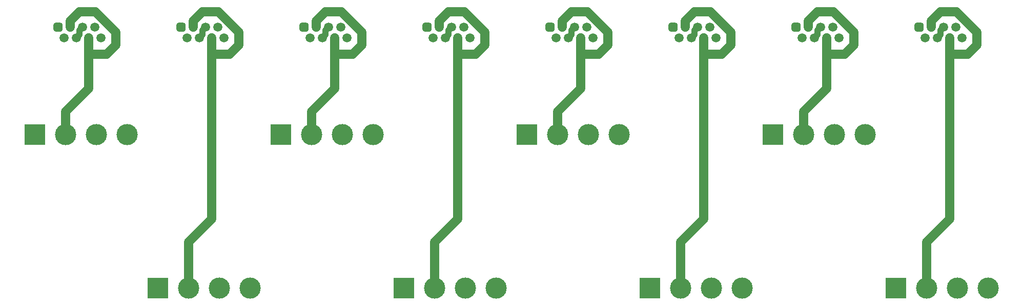
<source format=gbr>
G04 #@! TF.GenerationSoftware,KiCad,Pcbnew,(5.1.9)-1*
G04 #@! TF.CreationDate,2021-09-29T15:51:31-03:00*
G04 #@! TF.ProjectId,RJ45-breakout_8ch,524a3435-2d62-4726-9561-6b6f75745f38,rev?*
G04 #@! TF.SameCoordinates,Original*
G04 #@! TF.FileFunction,Copper,L1,Top*
G04 #@! TF.FilePolarity,Positive*
%FSLAX46Y46*%
G04 Gerber Fmt 4.6, Leading zero omitted, Abs format (unit mm)*
G04 Created by KiCad (PCBNEW (5.1.9)-1) date 2021-09-29 15:51:31*
%MOMM*%
%LPD*%
G01*
G04 APERTURE LIST*
G04 #@! TA.AperFunction,ComponentPad*
%ADD10R,3.500000X3.500000*%
G04 #@! TD*
G04 #@! TA.AperFunction,ComponentPad*
%ADD11C,3.500000*%
G04 #@! TD*
G04 #@! TA.AperFunction,ComponentPad*
%ADD12C,1.500000*%
G04 #@! TD*
G04 #@! TA.AperFunction,Conductor*
%ADD13C,1.524000*%
G04 #@! TD*
G04 #@! TA.AperFunction,Conductor*
%ADD14C,1.016000*%
G04 #@! TD*
G04 APERTURE END LIST*
D10*
G04 #@! TO.P,J16,1*
G04 #@! TO.N,Net-(J16-Pad1)*
X214630000Y-119380000D03*
D11*
G04 #@! TO.P,J16,2*
G04 #@! TO.N,Net-(J16-Pad2)*
X219710000Y-119380000D03*
G04 #@! TO.P,J16,3*
G04 #@! TO.N,Net-(J16-Pad3)*
X224790000Y-119380000D03*
G04 #@! TO.P,J16,4*
G04 #@! TO.N,Net-(J16-Pad4)*
X229870000Y-119380000D03*
G04 #@! TD*
D10*
G04 #@! TO.P,J15,1*
G04 #@! TO.N,Net-(J15-Pad1)*
X194310000Y-93980000D03*
D11*
G04 #@! TO.P,J15,2*
G04 #@! TO.N,Net-(J15-Pad2)*
X199390000Y-93980000D03*
G04 #@! TO.P,J15,3*
G04 #@! TO.N,Net-(J15-Pad3)*
X204470000Y-93980000D03*
G04 #@! TO.P,J15,4*
G04 #@! TO.N,Net-(J15-Pad4)*
X209550000Y-93980000D03*
G04 #@! TD*
D10*
G04 #@! TO.P,J14,1*
G04 #@! TO.N,Net-(J14-Pad1)*
X173990000Y-119380000D03*
D11*
G04 #@! TO.P,J14,2*
G04 #@! TO.N,Net-(J14-Pad2)*
X179070000Y-119380000D03*
G04 #@! TO.P,J14,3*
G04 #@! TO.N,Net-(J14-Pad3)*
X184150000Y-119380000D03*
G04 #@! TO.P,J14,4*
G04 #@! TO.N,Net-(J14-Pad4)*
X189230000Y-119380000D03*
G04 #@! TD*
D10*
G04 #@! TO.P,J13,1*
G04 #@! TO.N,Net-(J13-Pad1)*
X153670000Y-93980000D03*
D11*
G04 #@! TO.P,J13,2*
G04 #@! TO.N,Net-(J13-Pad2)*
X158750000Y-93980000D03*
G04 #@! TO.P,J13,3*
G04 #@! TO.N,Net-(J13-Pad3)*
X163830000Y-93980000D03*
G04 #@! TO.P,J13,4*
G04 #@! TO.N,Net-(J13-Pad4)*
X168910000Y-93980000D03*
G04 #@! TD*
D10*
G04 #@! TO.P,J12,1*
G04 #@! TO.N,Net-(J12-Pad1)*
X133350000Y-119380000D03*
D11*
G04 #@! TO.P,J12,2*
G04 #@! TO.N,Net-(J12-Pad2)*
X138430000Y-119380000D03*
G04 #@! TO.P,J12,3*
G04 #@! TO.N,Net-(J12-Pad3)*
X143510000Y-119380000D03*
G04 #@! TO.P,J12,4*
G04 #@! TO.N,Net-(J12-Pad4)*
X148590000Y-119380000D03*
G04 #@! TD*
D10*
G04 #@! TO.P,J11,1*
G04 #@! TO.N,Net-(J11-Pad1)*
X113030000Y-93980000D03*
D11*
G04 #@! TO.P,J11,2*
G04 #@! TO.N,Net-(J11-Pad2)*
X118110000Y-93980000D03*
G04 #@! TO.P,J11,3*
G04 #@! TO.N,Net-(J11-Pad3)*
X123190000Y-93980000D03*
G04 #@! TO.P,J11,4*
G04 #@! TO.N,Net-(J11-Pad4)*
X128270000Y-93980000D03*
G04 #@! TD*
D10*
G04 #@! TO.P,J10,1*
G04 #@! TO.N,Net-(J10-Pad1)*
X92710000Y-119380000D03*
D11*
G04 #@! TO.P,J10,2*
G04 #@! TO.N,Net-(J10-Pad2)*
X97790000Y-119380000D03*
G04 #@! TO.P,J10,3*
G04 #@! TO.N,Net-(J10-Pad3)*
X102870000Y-119380000D03*
G04 #@! TO.P,J10,4*
G04 #@! TO.N,Net-(J10-Pad4)*
X107950000Y-119380000D03*
G04 #@! TD*
D10*
G04 #@! TO.P,J9,1*
G04 #@! TO.N,Net-(J1-Pad1)*
X72390000Y-93980000D03*
D11*
G04 #@! TO.P,J9,2*
G04 #@! TO.N,Net-(J1-Pad3)*
X77470000Y-93980000D03*
G04 #@! TO.P,J9,3*
G04 #@! TO.N,Net-(J1-Pad4)*
X82550000Y-93980000D03*
G04 #@! TO.P,J9,4*
G04 #@! TO.N,Net-(J1-Pad7)*
X87630000Y-93980000D03*
G04 #@! TD*
G04 #@! TO.P,J1,1*
G04 #@! TO.N,Net-(J1-Pad1)*
G04 #@! TA.AperFunction,ComponentPad*
G36*
G01*
X75450000Y-76575000D02*
X75450000Y-75825000D01*
G75*
G02*
X75825000Y-75450000I375000J0D01*
G01*
X76575000Y-75450000D01*
G75*
G02*
X76950000Y-75825000I0J-375000D01*
G01*
X76950000Y-76575000D01*
G75*
G02*
X76575000Y-76950000I-375000J0D01*
G01*
X75825000Y-76950000D01*
G75*
G02*
X75450000Y-76575000I0J375000D01*
G01*
G37*
G04 #@! TD.AperFunction*
D12*
G04 #@! TO.P,J1,3*
G04 #@! TO.N,Net-(J1-Pad3)*
X78232000Y-76200000D03*
G04 #@! TO.P,J1,5*
G04 #@! TO.N,Net-(J1-Pad4)*
X80264000Y-76200000D03*
G04 #@! TO.P,J1,7*
G04 #@! TO.N,Net-(J1-Pad7)*
X82296000Y-76200000D03*
G04 #@! TO.P,J1,2*
G04 #@! TO.N,Net-(J1-Pad1)*
X77216000Y-77980000D03*
G04 #@! TO.P,J1,4*
G04 #@! TO.N,Net-(J1-Pad4)*
X79248000Y-77980000D03*
G04 #@! TO.P,J1,6*
G04 #@! TO.N,Net-(J1-Pad3)*
X81280000Y-77980000D03*
G04 #@! TO.P,J1,8*
G04 #@! TO.N,Net-(J1-Pad7)*
X83312000Y-77980000D03*
G04 #@! TD*
G04 #@! TO.P,J2,1*
G04 #@! TO.N,Net-(J10-Pad1)*
G04 #@! TA.AperFunction,ComponentPad*
G36*
G01*
X95770000Y-76575000D02*
X95770000Y-75825000D01*
G75*
G02*
X96145000Y-75450000I375000J0D01*
G01*
X96895000Y-75450000D01*
G75*
G02*
X97270000Y-75825000I0J-375000D01*
G01*
X97270000Y-76575000D01*
G75*
G02*
X96895000Y-76950000I-375000J0D01*
G01*
X96145000Y-76950000D01*
G75*
G02*
X95770000Y-76575000I0J375000D01*
G01*
G37*
G04 #@! TD.AperFunction*
G04 #@! TO.P,J2,3*
G04 #@! TO.N,Net-(J10-Pad2)*
X98552000Y-76200000D03*
G04 #@! TO.P,J2,5*
G04 #@! TO.N,Net-(J10-Pad3)*
X100584000Y-76200000D03*
G04 #@! TO.P,J2,7*
G04 #@! TO.N,Net-(J10-Pad4)*
X102616000Y-76200000D03*
G04 #@! TO.P,J2,2*
G04 #@! TO.N,Net-(J10-Pad1)*
X97536000Y-77980000D03*
G04 #@! TO.P,J2,4*
G04 #@! TO.N,Net-(J10-Pad3)*
X99568000Y-77980000D03*
G04 #@! TO.P,J2,6*
G04 #@! TO.N,Net-(J10-Pad2)*
X101600000Y-77980000D03*
G04 #@! TO.P,J2,8*
G04 #@! TO.N,Net-(J10-Pad4)*
X103632000Y-77980000D03*
G04 #@! TD*
G04 #@! TO.P,J3,1*
G04 #@! TO.N,Net-(J11-Pad1)*
G04 #@! TA.AperFunction,ComponentPad*
G36*
G01*
X116090000Y-76575000D02*
X116090000Y-75825000D01*
G75*
G02*
X116465000Y-75450000I375000J0D01*
G01*
X117215000Y-75450000D01*
G75*
G02*
X117590000Y-75825000I0J-375000D01*
G01*
X117590000Y-76575000D01*
G75*
G02*
X117215000Y-76950000I-375000J0D01*
G01*
X116465000Y-76950000D01*
G75*
G02*
X116090000Y-76575000I0J375000D01*
G01*
G37*
G04 #@! TD.AperFunction*
G04 #@! TO.P,J3,3*
G04 #@! TO.N,Net-(J11-Pad2)*
X118872000Y-76200000D03*
G04 #@! TO.P,J3,5*
G04 #@! TO.N,Net-(J11-Pad3)*
X120904000Y-76200000D03*
G04 #@! TO.P,J3,7*
G04 #@! TO.N,Net-(J11-Pad4)*
X122936000Y-76200000D03*
G04 #@! TO.P,J3,2*
G04 #@! TO.N,Net-(J11-Pad1)*
X117856000Y-77980000D03*
G04 #@! TO.P,J3,4*
G04 #@! TO.N,Net-(J11-Pad3)*
X119888000Y-77980000D03*
G04 #@! TO.P,J3,6*
G04 #@! TO.N,Net-(J11-Pad2)*
X121920000Y-77980000D03*
G04 #@! TO.P,J3,8*
G04 #@! TO.N,Net-(J11-Pad4)*
X123952000Y-77980000D03*
G04 #@! TD*
G04 #@! TO.P,J4,1*
G04 #@! TO.N,Net-(J12-Pad1)*
G04 #@! TA.AperFunction,ComponentPad*
G36*
G01*
X136410000Y-76575000D02*
X136410000Y-75825000D01*
G75*
G02*
X136785000Y-75450000I375000J0D01*
G01*
X137535000Y-75450000D01*
G75*
G02*
X137910000Y-75825000I0J-375000D01*
G01*
X137910000Y-76575000D01*
G75*
G02*
X137535000Y-76950000I-375000J0D01*
G01*
X136785000Y-76950000D01*
G75*
G02*
X136410000Y-76575000I0J375000D01*
G01*
G37*
G04 #@! TD.AperFunction*
G04 #@! TO.P,J4,3*
G04 #@! TO.N,Net-(J12-Pad2)*
X139192000Y-76200000D03*
G04 #@! TO.P,J4,5*
G04 #@! TO.N,Net-(J12-Pad3)*
X141224000Y-76200000D03*
G04 #@! TO.P,J4,7*
G04 #@! TO.N,Net-(J12-Pad4)*
X143256000Y-76200000D03*
G04 #@! TO.P,J4,2*
G04 #@! TO.N,Net-(J12-Pad1)*
X138176000Y-77980000D03*
G04 #@! TO.P,J4,4*
G04 #@! TO.N,Net-(J12-Pad3)*
X140208000Y-77980000D03*
G04 #@! TO.P,J4,6*
G04 #@! TO.N,Net-(J12-Pad2)*
X142240000Y-77980000D03*
G04 #@! TO.P,J4,8*
G04 #@! TO.N,Net-(J12-Pad4)*
X144272000Y-77980000D03*
G04 #@! TD*
G04 #@! TO.P,J5,1*
G04 #@! TO.N,Net-(J13-Pad1)*
G04 #@! TA.AperFunction,ComponentPad*
G36*
G01*
X156730000Y-76575000D02*
X156730000Y-75825000D01*
G75*
G02*
X157105000Y-75450000I375000J0D01*
G01*
X157855000Y-75450000D01*
G75*
G02*
X158230000Y-75825000I0J-375000D01*
G01*
X158230000Y-76575000D01*
G75*
G02*
X157855000Y-76950000I-375000J0D01*
G01*
X157105000Y-76950000D01*
G75*
G02*
X156730000Y-76575000I0J375000D01*
G01*
G37*
G04 #@! TD.AperFunction*
G04 #@! TO.P,J5,3*
G04 #@! TO.N,Net-(J13-Pad2)*
X159512000Y-76200000D03*
G04 #@! TO.P,J5,5*
G04 #@! TO.N,Net-(J13-Pad3)*
X161544000Y-76200000D03*
G04 #@! TO.P,J5,7*
G04 #@! TO.N,Net-(J13-Pad4)*
X163576000Y-76200000D03*
G04 #@! TO.P,J5,2*
G04 #@! TO.N,Net-(J13-Pad1)*
X158496000Y-77980000D03*
G04 #@! TO.P,J5,4*
G04 #@! TO.N,Net-(J13-Pad3)*
X160528000Y-77980000D03*
G04 #@! TO.P,J5,6*
G04 #@! TO.N,Net-(J13-Pad2)*
X162560000Y-77980000D03*
G04 #@! TO.P,J5,8*
G04 #@! TO.N,Net-(J13-Pad4)*
X164592000Y-77980000D03*
G04 #@! TD*
G04 #@! TO.P,J6,1*
G04 #@! TO.N,Net-(J14-Pad1)*
G04 #@! TA.AperFunction,ComponentPad*
G36*
G01*
X177050000Y-76575000D02*
X177050000Y-75825000D01*
G75*
G02*
X177425000Y-75450000I375000J0D01*
G01*
X178175000Y-75450000D01*
G75*
G02*
X178550000Y-75825000I0J-375000D01*
G01*
X178550000Y-76575000D01*
G75*
G02*
X178175000Y-76950000I-375000J0D01*
G01*
X177425000Y-76950000D01*
G75*
G02*
X177050000Y-76575000I0J375000D01*
G01*
G37*
G04 #@! TD.AperFunction*
G04 #@! TO.P,J6,3*
G04 #@! TO.N,Net-(J14-Pad2)*
X179832000Y-76200000D03*
G04 #@! TO.P,J6,5*
G04 #@! TO.N,Net-(J14-Pad3)*
X181864000Y-76200000D03*
G04 #@! TO.P,J6,7*
G04 #@! TO.N,Net-(J14-Pad4)*
X183896000Y-76200000D03*
G04 #@! TO.P,J6,2*
G04 #@! TO.N,Net-(J14-Pad1)*
X178816000Y-77980000D03*
G04 #@! TO.P,J6,4*
G04 #@! TO.N,Net-(J14-Pad3)*
X180848000Y-77980000D03*
G04 #@! TO.P,J6,6*
G04 #@! TO.N,Net-(J14-Pad2)*
X182880000Y-77980000D03*
G04 #@! TO.P,J6,8*
G04 #@! TO.N,Net-(J14-Pad4)*
X184912000Y-77980000D03*
G04 #@! TD*
G04 #@! TO.P,J7,1*
G04 #@! TO.N,Net-(J15-Pad1)*
G04 #@! TA.AperFunction,ComponentPad*
G36*
G01*
X197370000Y-76575000D02*
X197370000Y-75825000D01*
G75*
G02*
X197745000Y-75450000I375000J0D01*
G01*
X198495000Y-75450000D01*
G75*
G02*
X198870000Y-75825000I0J-375000D01*
G01*
X198870000Y-76575000D01*
G75*
G02*
X198495000Y-76950000I-375000J0D01*
G01*
X197745000Y-76950000D01*
G75*
G02*
X197370000Y-76575000I0J375000D01*
G01*
G37*
G04 #@! TD.AperFunction*
G04 #@! TO.P,J7,3*
G04 #@! TO.N,Net-(J15-Pad2)*
X200152000Y-76200000D03*
G04 #@! TO.P,J7,5*
G04 #@! TO.N,Net-(J15-Pad3)*
X202184000Y-76200000D03*
G04 #@! TO.P,J7,7*
G04 #@! TO.N,Net-(J15-Pad4)*
X204216000Y-76200000D03*
G04 #@! TO.P,J7,2*
G04 #@! TO.N,Net-(J15-Pad1)*
X199136000Y-77980000D03*
G04 #@! TO.P,J7,4*
G04 #@! TO.N,Net-(J15-Pad3)*
X201168000Y-77980000D03*
G04 #@! TO.P,J7,6*
G04 #@! TO.N,Net-(J15-Pad2)*
X203200000Y-77980000D03*
G04 #@! TO.P,J7,8*
G04 #@! TO.N,Net-(J15-Pad4)*
X205232000Y-77980000D03*
G04 #@! TD*
G04 #@! TO.P,J8,1*
G04 #@! TO.N,Net-(J16-Pad1)*
G04 #@! TA.AperFunction,ComponentPad*
G36*
G01*
X217690000Y-76575000D02*
X217690000Y-75825000D01*
G75*
G02*
X218065000Y-75450000I375000J0D01*
G01*
X218815000Y-75450000D01*
G75*
G02*
X219190000Y-75825000I0J-375000D01*
G01*
X219190000Y-76575000D01*
G75*
G02*
X218815000Y-76950000I-375000J0D01*
G01*
X218065000Y-76950000D01*
G75*
G02*
X217690000Y-76575000I0J375000D01*
G01*
G37*
G04 #@! TD.AperFunction*
G04 #@! TO.P,J8,3*
G04 #@! TO.N,Net-(J16-Pad2)*
X220472000Y-76200000D03*
G04 #@! TO.P,J8,5*
G04 #@! TO.N,Net-(J16-Pad3)*
X222504000Y-76200000D03*
G04 #@! TO.P,J8,7*
G04 #@! TO.N,Net-(J16-Pad4)*
X224536000Y-76200000D03*
G04 #@! TO.P,J8,2*
G04 #@! TO.N,Net-(J16-Pad1)*
X219456000Y-77980000D03*
G04 #@! TO.P,J8,4*
G04 #@! TO.N,Net-(J16-Pad3)*
X221488000Y-77980000D03*
G04 #@! TO.P,J8,6*
G04 #@! TO.N,Net-(J16-Pad2)*
X223520000Y-77980000D03*
G04 #@! TO.P,J8,8*
G04 #@! TO.N,Net-(J16-Pad4)*
X225552000Y-77980000D03*
G04 #@! TD*
D13*
G04 #@! TO.N,Net-(J1-Pad3)*
X77470000Y-93980000D02*
X77470000Y-90170000D01*
X77470000Y-90170000D02*
X81280000Y-86360000D01*
X81280000Y-80645000D02*
X81280000Y-77980000D01*
X81280000Y-86360000D02*
X81280000Y-80645000D01*
X84201000Y-80645000D02*
X81280000Y-80645000D01*
X85725000Y-79121000D02*
X84201000Y-80645000D01*
X82369682Y-73660000D02*
X85725000Y-77015318D01*
X79756000Y-73660000D02*
X82369682Y-73660000D01*
X78232000Y-75184000D02*
X79756000Y-73660000D01*
X85725000Y-77015318D02*
X85725000Y-79121000D01*
X78232000Y-76200000D02*
X78232000Y-75184000D01*
D14*
G04 #@! TO.N,Net-(J1-Pad4)*
X79744001Y-76719999D02*
X80264000Y-76200000D01*
X79744001Y-77483999D02*
X79744001Y-76719999D01*
X79248000Y-77980000D02*
X79744001Y-77483999D01*
D13*
G04 #@! TO.N,Net-(J10-Pad2)*
X104521000Y-80645000D02*
X101600000Y-80645000D01*
X102689682Y-73660000D02*
X106045000Y-77015318D01*
X106045000Y-79121000D02*
X104521000Y-80645000D01*
X106045000Y-77015318D02*
X106045000Y-79121000D01*
X98552000Y-76200000D02*
X98552000Y-75184000D01*
X98552000Y-75184000D02*
X100076000Y-73660000D01*
X100076000Y-73660000D02*
X102689682Y-73660000D01*
X97790000Y-119380000D02*
X97790000Y-111760000D01*
X101600000Y-107950000D02*
X101600000Y-77980000D01*
X97790000Y-111760000D02*
X101600000Y-107950000D01*
D14*
G04 #@! TO.N,Net-(J10-Pad3)*
X100064001Y-76719999D02*
X100584000Y-76200000D01*
X100064001Y-77483999D02*
X100064001Y-76719999D01*
X99568000Y-77980000D02*
X100064001Y-77483999D01*
D13*
G04 #@! TO.N,Net-(J11-Pad2)*
X124841000Y-80645000D02*
X121920000Y-80645000D01*
X123009682Y-73660000D02*
X126365000Y-77015318D01*
X126365000Y-79121000D02*
X124841000Y-80645000D01*
X126365000Y-77015318D02*
X126365000Y-79121000D01*
X121920000Y-80645000D02*
X121920000Y-77980000D01*
X121920000Y-86360000D02*
X121920000Y-80645000D01*
X118872000Y-76200000D02*
X118872000Y-75184000D01*
X118872000Y-75184000D02*
X120396000Y-73660000D01*
X120396000Y-73660000D02*
X123009682Y-73660000D01*
X118110000Y-93980000D02*
X118110000Y-90170000D01*
X118110000Y-90170000D02*
X121920000Y-86360000D01*
D14*
G04 #@! TO.N,Net-(J11-Pad3)*
X120384001Y-76719999D02*
X120904000Y-76200000D01*
X120384001Y-77483999D02*
X120384001Y-76719999D01*
X119888000Y-77980000D02*
X120384001Y-77483999D01*
D13*
G04 #@! TO.N,Net-(J12-Pad2)*
X145161000Y-80645000D02*
X142240000Y-80645000D01*
X143329682Y-73660000D02*
X146685000Y-77015318D01*
X146685000Y-79121000D02*
X145161000Y-80645000D01*
X146685000Y-77015318D02*
X146685000Y-79121000D01*
X138430000Y-119380000D02*
X138430000Y-111760000D01*
X139192000Y-75184000D02*
X140716000Y-73660000D01*
X138430000Y-111760000D02*
X142240000Y-107950000D01*
X140716000Y-73660000D02*
X143329682Y-73660000D01*
X142240000Y-107950000D02*
X142240000Y-77980000D01*
X139192000Y-76200000D02*
X139192000Y-75184000D01*
D14*
G04 #@! TO.N,Net-(J12-Pad3)*
X140208000Y-77980000D02*
X140704001Y-77483999D01*
X140704001Y-76719999D02*
X141224000Y-76200000D01*
X140704001Y-77483999D02*
X140704001Y-76719999D01*
D13*
G04 #@! TO.N,Net-(J13-Pad2)*
X165481000Y-80645000D02*
X162560000Y-80645000D01*
X163649682Y-73660000D02*
X167005000Y-77015318D01*
X167005000Y-79121000D02*
X165481000Y-80645000D01*
X167005000Y-77015318D02*
X167005000Y-79121000D01*
X162560000Y-80645000D02*
X162560000Y-77980000D01*
X162560000Y-86360000D02*
X162560000Y-80645000D01*
X159512000Y-76200000D02*
X159512000Y-75184000D01*
X159512000Y-75184000D02*
X161036000Y-73660000D01*
X161036000Y-73660000D02*
X163649682Y-73660000D01*
X158750000Y-93980000D02*
X158750000Y-90170000D01*
X158750000Y-90170000D02*
X162560000Y-86360000D01*
D14*
G04 #@! TO.N,Net-(J13-Pad3)*
X161024001Y-76719999D02*
X161544000Y-76200000D01*
X161024001Y-77483999D02*
X161024001Y-76719999D01*
X160528000Y-77980000D02*
X161024001Y-77483999D01*
D13*
G04 #@! TO.N,Net-(J14-Pad2)*
X185801000Y-80645000D02*
X182880000Y-80645000D01*
X183969682Y-73660000D02*
X187325000Y-77015318D01*
X187325000Y-79121000D02*
X185801000Y-80645000D01*
X187325000Y-77015318D02*
X187325000Y-79121000D01*
X179070000Y-119380000D02*
X179070000Y-111760000D01*
X179832000Y-75184000D02*
X181356000Y-73660000D01*
X179070000Y-111760000D02*
X182880000Y-107950000D01*
X181356000Y-73660000D02*
X183969682Y-73660000D01*
X182880000Y-107950000D02*
X182880000Y-77980000D01*
X179832000Y-76200000D02*
X179832000Y-75184000D01*
D14*
G04 #@! TO.N,Net-(J14-Pad3)*
X180848000Y-77980000D02*
X181344001Y-77483999D01*
X181344001Y-76719999D02*
X181864000Y-76200000D01*
X181344001Y-77483999D02*
X181344001Y-76719999D01*
D13*
G04 #@! TO.N,Net-(J15-Pad2)*
X206121000Y-80645000D02*
X203200000Y-80645000D01*
X204289682Y-73660000D02*
X207645000Y-77015318D01*
X207645000Y-79121000D02*
X206121000Y-80645000D01*
X207645000Y-77015318D02*
X207645000Y-79121000D01*
X203200000Y-80645000D02*
X203200000Y-77980000D01*
X203200000Y-86360000D02*
X203200000Y-80645000D01*
X200152000Y-76200000D02*
X200152000Y-75184000D01*
X200152000Y-75184000D02*
X201676000Y-73660000D01*
X201676000Y-73660000D02*
X204289682Y-73660000D01*
X199390000Y-93980000D02*
X199390000Y-90170000D01*
X199390000Y-90170000D02*
X203200000Y-86360000D01*
D14*
G04 #@! TO.N,Net-(J15-Pad3)*
X201664001Y-76719999D02*
X202184000Y-76200000D01*
X201664001Y-77483999D02*
X201664001Y-76719999D01*
X201168000Y-77980000D02*
X201664001Y-77483999D01*
D13*
G04 #@! TO.N,Net-(J16-Pad2)*
X226441000Y-80645000D02*
X223520000Y-80645000D01*
X224609682Y-73660000D02*
X227965000Y-77015318D01*
X227965000Y-79121000D02*
X226441000Y-80645000D01*
X227965000Y-77015318D02*
X227965000Y-79121000D01*
X219710000Y-119380000D02*
X219710000Y-111760000D01*
X220472000Y-75184000D02*
X221996000Y-73660000D01*
X219710000Y-111760000D02*
X223520000Y-107950000D01*
X221996000Y-73660000D02*
X224609682Y-73660000D01*
X223520000Y-107950000D02*
X223520000Y-77980000D01*
X220472000Y-76200000D02*
X220472000Y-75184000D01*
D14*
G04 #@! TO.N,Net-(J16-Pad3)*
X221488000Y-77980000D02*
X221984001Y-77483999D01*
X221984001Y-76719999D02*
X222504000Y-76200000D01*
X221984001Y-77483999D02*
X221984001Y-76719999D01*
G04 #@! TD*
M02*

</source>
